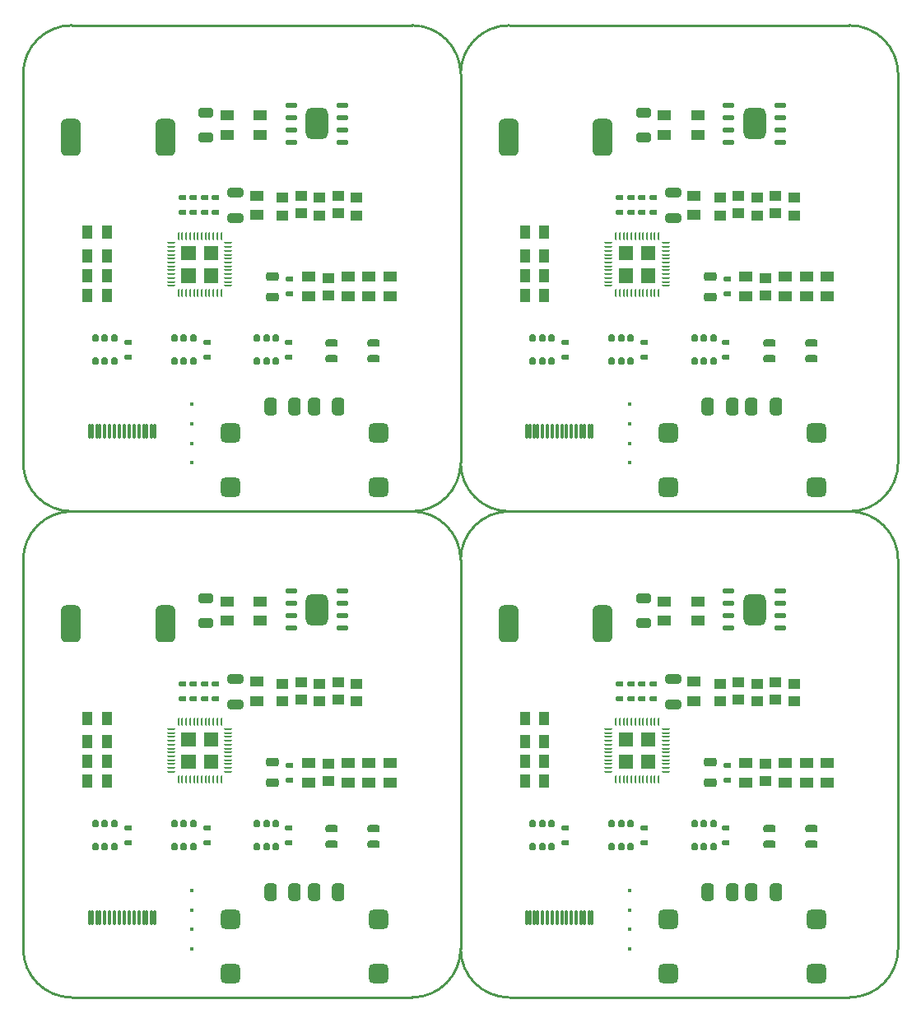
<source format=gtp>
G04*
G04 #@! TF.GenerationSoftware,Altium Limited,Altium Designer,20.2.3 (150)*
G04*
G04 Layer_Color=8421504*
%FSLAX44Y44*%
%MOMM*%
G71*
G04*
G04 #@! TF.SameCoordinates,C1CC25AD-0FF3-43E4-BDA3-AC1D03E08D52*
G04*
G04*
G04 #@! TF.FilePolarity,Positive*
G04*
G01*
G75*
G04:AMPARAMS|DCode=10|XSize=0.4064mm|YSize=0.4064mm|CornerRadius=0.2032mm|HoleSize=0mm|Usage=FLASHONLY|Rotation=90.000|XOffset=0mm|YOffset=0mm|HoleType=Round|Shape=RoundedRectangle|*
%AMROUNDEDRECTD10*
21,1,0.4064,0.0000,0,0,90.0*
21,1,0.0000,0.4064,0,0,90.0*
1,1,0.4064,0.0000,0.0000*
1,1,0.4064,0.0000,0.0000*
1,1,0.4064,0.0000,0.0000*
1,1,0.4064,0.0000,0.0000*
%
%ADD10ROUNDEDRECTD10*%
G04:AMPARAMS|DCode=11|XSize=0.762mm|YSize=0.5588mm|CornerRadius=0.1397mm|HoleSize=0mm|Usage=FLASHONLY|Rotation=0.000|XOffset=0mm|YOffset=0mm|HoleType=Round|Shape=RoundedRectangle|*
%AMROUNDEDRECTD11*
21,1,0.7620,0.2794,0,0,0.0*
21,1,0.4826,0.5588,0,0,0.0*
1,1,0.2794,0.2413,-0.1397*
1,1,0.2794,-0.2413,-0.1397*
1,1,0.2794,-0.2413,0.1397*
1,1,0.2794,0.2413,0.1397*
%
%ADD11ROUNDEDRECTD11*%
%ADD12R,1.4000X1.1000*%
%ADD13R,1.3000X1.0000*%
G04:AMPARAMS|DCode=14|XSize=1.27mm|YSize=0.762mm|CornerRadius=0.1905mm|HoleSize=0mm|Usage=FLASHONLY|Rotation=0.000|XOffset=0mm|YOffset=0mm|HoleType=Round|Shape=RoundedRectangle|*
%AMROUNDEDRECTD14*
21,1,1.2700,0.3810,0,0,0.0*
21,1,0.8890,0.7620,0,0,0.0*
1,1,0.3810,0.4445,-0.1905*
1,1,0.3810,-0.4445,-0.1905*
1,1,0.3810,-0.4445,0.1905*
1,1,0.3810,0.4445,0.1905*
%
%ADD14ROUNDEDRECTD14*%
G04:AMPARAMS|DCode=15|XSize=2.032mm|YSize=2.032mm|CornerRadius=0.508mm|HoleSize=0mm|Usage=FLASHONLY|Rotation=0.000|XOffset=0mm|YOffset=0mm|HoleType=Round|Shape=RoundedRectangle|*
%AMROUNDEDRECTD15*
21,1,2.0320,1.0160,0,0,0.0*
21,1,1.0160,2.0320,0,0,0.0*
1,1,1.0160,0.5080,-0.5080*
1,1,1.0160,-0.5080,-0.5080*
1,1,1.0160,-0.5080,0.5080*
1,1,1.0160,0.5080,0.5080*
%
%ADD15ROUNDEDRECTD15*%
G04:AMPARAMS|DCode=16|XSize=1.27mm|YSize=1.8mm|CornerRadius=0.3175mm|HoleSize=0mm|Usage=FLASHONLY|Rotation=0.000|XOffset=0mm|YOffset=0mm|HoleType=Round|Shape=RoundedRectangle|*
%AMROUNDEDRECTD16*
21,1,1.2700,1.1650,0,0,0.0*
21,1,0.6350,1.8000,0,0,0.0*
1,1,0.6350,0.3175,-0.5825*
1,1,0.6350,-0.3175,-0.5825*
1,1,0.6350,-0.3175,0.5825*
1,1,0.6350,0.3175,0.5825*
%
%ADD16ROUNDEDRECTD16*%
G04:AMPARAMS|DCode=17|XSize=0.6096mm|YSize=0.762mm|CornerRadius=0.1524mm|HoleSize=0mm|Usage=FLASHONLY|Rotation=0.000|XOffset=0mm|YOffset=0mm|HoleType=Round|Shape=RoundedRectangle|*
%AMROUNDEDRECTD17*
21,1,0.6096,0.4572,0,0,0.0*
21,1,0.3048,0.7620,0,0,0.0*
1,1,0.3048,0.1524,-0.2286*
1,1,0.3048,-0.1524,-0.2286*
1,1,0.3048,-0.1524,0.2286*
1,1,0.3048,0.1524,0.2286*
%
%ADD17ROUNDEDRECTD17*%
%ADD18R,1.1000X1.4000*%
%ADD19O,1.3000X0.5000*%
G04:AMPARAMS|DCode=20|XSize=3.2mm|YSize=2.3mm|CornerRadius=0.575mm|HoleSize=0mm|Usage=FLASHONLY|Rotation=270.000|XOffset=0mm|YOffset=0mm|HoleType=Round|Shape=RoundedRectangle|*
%AMROUNDEDRECTD20*
21,1,3.2000,1.1500,0,0,270.0*
21,1,2.0500,2.3000,0,0,270.0*
1,1,1.1500,-0.5750,-1.0250*
1,1,1.1500,-0.5750,1.0250*
1,1,1.1500,0.5750,1.0250*
1,1,1.1500,0.5750,-1.0250*
%
%ADD20ROUNDEDRECTD20*%
G04:AMPARAMS|DCode=21|XSize=3.81mm|YSize=2.032mm|CornerRadius=0.508mm|HoleSize=0mm|Usage=FLASHONLY|Rotation=270.000|XOffset=0mm|YOffset=0mm|HoleType=Round|Shape=RoundedRectangle|*
%AMROUNDEDRECTD21*
21,1,3.8100,1.0160,0,0,270.0*
21,1,2.7940,2.0320,0,0,270.0*
1,1,1.0160,-0.5080,-1.3970*
1,1,1.0160,-0.5080,1.3970*
1,1,1.0160,0.5080,1.3970*
1,1,1.0160,0.5080,-1.3970*
%
%ADD21ROUNDEDRECTD21*%
G04:AMPARAMS|DCode=22|XSize=1.5mm|YSize=1mm|CornerRadius=0.25mm|HoleSize=0mm|Usage=FLASHONLY|Rotation=180.000|XOffset=0mm|YOffset=0mm|HoleType=Round|Shape=RoundedRectangle|*
%AMROUNDEDRECTD22*
21,1,1.5000,0.5000,0,0,180.0*
21,1,1.0000,1.0000,0,0,180.0*
1,1,0.5000,-0.5000,0.2500*
1,1,0.5000,0.5000,0.2500*
1,1,0.5000,0.5000,-0.2500*
1,1,0.5000,-0.5000,-0.2500*
%
%ADD22ROUNDEDRECTD22*%
G04:AMPARAMS|DCode=23|XSize=0.84mm|YSize=0.22mm|CornerRadius=0.055mm|HoleSize=0mm|Usage=FLASHONLY|Rotation=180.000|XOffset=0mm|YOffset=0mm|HoleType=Round|Shape=RoundedRectangle|*
%AMROUNDEDRECTD23*
21,1,0.8400,0.1100,0,0,180.0*
21,1,0.7300,0.2200,0,0,180.0*
1,1,0.1100,-0.3650,0.0550*
1,1,0.1100,0.3650,0.0550*
1,1,0.1100,0.3650,-0.0550*
1,1,0.1100,-0.3650,-0.0550*
%
%ADD23ROUNDEDRECTD23*%
G04:AMPARAMS|DCode=24|XSize=0.84mm|YSize=0.22mm|CornerRadius=0.055mm|HoleSize=0mm|Usage=FLASHONLY|Rotation=90.000|XOffset=0mm|YOffset=0mm|HoleType=Round|Shape=RoundedRectangle|*
%AMROUNDEDRECTD24*
21,1,0.8400,0.1100,0,0,90.0*
21,1,0.7300,0.2200,0,0,90.0*
1,1,0.1100,0.0550,0.3650*
1,1,0.1100,0.0550,-0.3650*
1,1,0.1100,-0.0550,-0.3650*
1,1,0.1100,-0.0550,0.3650*
%
%ADD24ROUNDEDRECTD24*%
G04:AMPARAMS|DCode=26|XSize=1.3mm|YSize=0.9mm|CornerRadius=0.225mm|HoleSize=0mm|Usage=FLASHONLY|Rotation=180.000|XOffset=0mm|YOffset=0mm|HoleType=Round|Shape=RoundedRectangle|*
%AMROUNDEDRECTD26*
21,1,1.3000,0.4500,0,0,180.0*
21,1,0.8500,0.9000,0,0,180.0*
1,1,0.4500,-0.4250,0.2250*
1,1,0.4500,0.4250,0.2250*
1,1,0.4500,0.4250,-0.2250*
1,1,0.4500,-0.4250,-0.2250*
%
%ADD26ROUNDEDRECTD26*%
G04:AMPARAMS|DCode=27|XSize=0.9561mm|YSize=1.6098mm|CornerRadius=0.239mm|HoleSize=0mm|Usage=FLASHONLY|Rotation=90.000|XOffset=0mm|YOffset=0mm|HoleType=Round|Shape=RoundedRectangle|*
%AMROUNDEDRECTD27*
21,1,0.9561,1.1318,0,0,90.0*
21,1,0.4780,1.6098,0,0,90.0*
1,1,0.4780,0.5659,0.2390*
1,1,0.4780,0.5659,-0.2390*
1,1,0.4780,-0.5659,-0.2390*
1,1,0.4780,-0.5659,0.2390*
%
%ADD27ROUNDEDRECTD27*%
G04:AMPARAMS|DCode=28|XSize=1.5mm|YSize=0.3mm|CornerRadius=0.075mm|HoleSize=0mm|Usage=FLASHONLY|Rotation=90.000|XOffset=0mm|YOffset=0mm|HoleType=Round|Shape=RoundedRectangle|*
%AMROUNDEDRECTD28*
21,1,1.5000,0.1500,0,0,90.0*
21,1,1.3500,0.3000,0,0,90.0*
1,1,0.1500,0.0750,0.6750*
1,1,0.1500,0.0750,-0.6750*
1,1,0.1500,-0.0750,-0.6750*
1,1,0.1500,-0.0750,0.6750*
%
%ADD28ROUNDEDRECTD28*%
%ADD31C,0.2540*%
%ADD39C,0.2540*%
G36*
X650410Y758200D02*
X635810D01*
Y772800D01*
X650410D01*
Y758200D01*
D02*
G37*
G36*
X627410D02*
X612810D01*
Y772800D01*
X627410D01*
Y758200D01*
D02*
G37*
G36*
X200410D02*
X185810D01*
Y772800D01*
X200410D01*
Y758200D01*
D02*
G37*
G36*
X177410D02*
X162810D01*
Y772800D01*
X177410D01*
Y758200D01*
D02*
G37*
G36*
X650410Y735200D02*
X635810D01*
Y749800D01*
X650410D01*
Y735200D01*
D02*
G37*
G36*
X627410D02*
X612810D01*
Y749800D01*
X627410D01*
Y735200D01*
D02*
G37*
G36*
X200410D02*
X185810D01*
Y749800D01*
X200410D01*
Y735200D01*
D02*
G37*
G36*
X177410D02*
X162810D01*
Y749800D01*
X177410D01*
Y735200D01*
D02*
G37*
G36*
X650410Y258200D02*
X635810D01*
Y272800D01*
X650410D01*
Y258200D01*
D02*
G37*
G36*
X627410D02*
X612810D01*
Y272800D01*
X627410D01*
Y258200D01*
D02*
G37*
G36*
X200410D02*
X185810D01*
Y272800D01*
X200410D01*
Y258200D01*
D02*
G37*
G36*
X177410D02*
X162810D01*
Y272800D01*
X177410D01*
Y258200D01*
D02*
G37*
G36*
X650410Y235200D02*
X635810D01*
Y249800D01*
X650410D01*
Y235200D01*
D02*
G37*
G36*
X627410D02*
X612810D01*
Y249800D01*
X627410D01*
Y235200D01*
D02*
G37*
G36*
X200410D02*
X185810D01*
Y249800D01*
X200410D01*
Y235200D01*
D02*
G37*
G36*
X177410D02*
X162810D01*
Y249800D01*
X177410D01*
Y235200D01*
D02*
G37*
D10*
X173736Y90000D02*
D03*
Y70000D02*
D03*
Y50000D02*
D03*
Y110000D02*
D03*
X623736Y90000D02*
D03*
Y70000D02*
D03*
Y50000D02*
D03*
Y110000D02*
D03*
X173736Y590000D02*
D03*
Y570000D02*
D03*
Y550000D02*
D03*
Y610000D02*
D03*
X623736Y590000D02*
D03*
Y570000D02*
D03*
Y550000D02*
D03*
Y610000D02*
D03*
D11*
X189230Y158750D02*
D03*
Y173990D02*
D03*
X273050Y158750D02*
D03*
Y173990D02*
D03*
X107950Y158750D02*
D03*
Y173990D02*
D03*
X198120Y322580D02*
D03*
Y307340D02*
D03*
X186690Y322580D02*
D03*
Y307340D02*
D03*
X175260Y322580D02*
D03*
Y307340D02*
D03*
X163830Y322580D02*
D03*
Y307340D02*
D03*
X274320Y223520D02*
D03*
Y238760D02*
D03*
X639230Y158750D02*
D03*
Y173990D02*
D03*
X723050Y158750D02*
D03*
Y173990D02*
D03*
X557950Y158750D02*
D03*
Y173990D02*
D03*
X648120Y322580D02*
D03*
Y307340D02*
D03*
X636690Y322580D02*
D03*
Y307340D02*
D03*
X625260Y322580D02*
D03*
Y307340D02*
D03*
X613830Y322580D02*
D03*
Y307340D02*
D03*
X724320Y223520D02*
D03*
Y238760D02*
D03*
X189230Y658750D02*
D03*
Y673990D02*
D03*
X273050Y658750D02*
D03*
Y673990D02*
D03*
X107950Y658750D02*
D03*
Y673990D02*
D03*
X198120Y822580D02*
D03*
Y807340D02*
D03*
X186690Y822580D02*
D03*
Y807340D02*
D03*
X175260Y822580D02*
D03*
Y807340D02*
D03*
X163830Y822580D02*
D03*
Y807340D02*
D03*
X274320Y723520D02*
D03*
Y738760D02*
D03*
X639230Y658750D02*
D03*
Y673990D02*
D03*
X723050Y658750D02*
D03*
Y673990D02*
D03*
X557950Y658750D02*
D03*
Y673990D02*
D03*
X648120Y822580D02*
D03*
Y807340D02*
D03*
X636690Y822580D02*
D03*
Y807340D02*
D03*
X625260Y822580D02*
D03*
Y807340D02*
D03*
X613830Y822580D02*
D03*
Y807340D02*
D03*
X724320Y723520D02*
D03*
Y738760D02*
D03*
D12*
X355600Y221186D02*
D03*
Y241186D02*
D03*
X334010Y221186D02*
D03*
Y241186D02*
D03*
X240030Y324960D02*
D03*
Y304960D02*
D03*
X209550Y407510D02*
D03*
Y387510D02*
D03*
X293370Y241186D02*
D03*
Y221186D02*
D03*
X377190Y241186D02*
D03*
Y221186D02*
D03*
X243840Y387510D02*
D03*
Y407510D02*
D03*
X805600Y221186D02*
D03*
Y241186D02*
D03*
X784010Y221186D02*
D03*
Y241186D02*
D03*
X690030Y324960D02*
D03*
Y304960D02*
D03*
X659550Y407510D02*
D03*
Y387510D02*
D03*
X743370Y241186D02*
D03*
Y221186D02*
D03*
X827190Y241186D02*
D03*
Y221186D02*
D03*
X693840Y387510D02*
D03*
Y407510D02*
D03*
X355600Y721186D02*
D03*
Y741186D02*
D03*
X334010Y721186D02*
D03*
Y741186D02*
D03*
X240030Y824960D02*
D03*
Y804960D02*
D03*
X209550Y907510D02*
D03*
Y887510D02*
D03*
X293370Y741186D02*
D03*
Y721186D02*
D03*
X377190Y741186D02*
D03*
Y721186D02*
D03*
X243840Y887510D02*
D03*
Y907510D02*
D03*
X805600Y721186D02*
D03*
Y741186D02*
D03*
X784010Y721186D02*
D03*
Y741186D02*
D03*
X690030Y824960D02*
D03*
Y804960D02*
D03*
X659550Y907510D02*
D03*
Y887510D02*
D03*
X743370Y741186D02*
D03*
Y721186D02*
D03*
X827190Y741186D02*
D03*
Y721186D02*
D03*
X693840Y887510D02*
D03*
Y907510D02*
D03*
D13*
X313690Y240186D02*
D03*
Y222186D02*
D03*
X266700Y322580D02*
D03*
Y304580D02*
D03*
X285750Y306580D02*
D03*
Y324580D02*
D03*
X304800Y322580D02*
D03*
Y304580D02*
D03*
X323850Y306580D02*
D03*
Y324580D02*
D03*
X342900Y322580D02*
D03*
Y304580D02*
D03*
X763690Y240186D02*
D03*
Y222186D02*
D03*
X716700Y322580D02*
D03*
Y304580D02*
D03*
X735750Y306580D02*
D03*
Y324580D02*
D03*
X754800Y322580D02*
D03*
Y304580D02*
D03*
X773850Y306580D02*
D03*
Y324580D02*
D03*
X792900Y322580D02*
D03*
Y304580D02*
D03*
X313690Y740186D02*
D03*
Y722186D02*
D03*
X266700Y822580D02*
D03*
Y804580D02*
D03*
X285750Y806580D02*
D03*
Y824580D02*
D03*
X304800Y822580D02*
D03*
Y804580D02*
D03*
X323850Y806580D02*
D03*
Y824580D02*
D03*
X342900Y822580D02*
D03*
Y804580D02*
D03*
X763690Y740186D02*
D03*
Y722186D02*
D03*
X716700Y822580D02*
D03*
Y804580D02*
D03*
X735750Y806580D02*
D03*
Y824580D02*
D03*
X754800Y822580D02*
D03*
Y804580D02*
D03*
X773850Y806580D02*
D03*
Y824580D02*
D03*
X792900Y822580D02*
D03*
Y804580D02*
D03*
D14*
X360680Y173228D02*
D03*
X317500D02*
D03*
X360680Y156972D02*
D03*
X317500D02*
D03*
X810680Y173228D02*
D03*
X767500D02*
D03*
X810680Y156972D02*
D03*
X767500D02*
D03*
X360680Y673228D02*
D03*
X317500D02*
D03*
X360680Y656972D02*
D03*
X317500D02*
D03*
X810680Y673228D02*
D03*
X767500D02*
D03*
X810680Y656972D02*
D03*
X767500D02*
D03*
D15*
X213310Y80560D02*
D03*
X365810D02*
D03*
Y24560D02*
D03*
X213310D02*
D03*
X663310Y80560D02*
D03*
X815810D02*
D03*
Y24560D02*
D03*
X663310D02*
D03*
X213310Y580560D02*
D03*
X365810D02*
D03*
Y524560D02*
D03*
X213310D02*
D03*
X663310Y580560D02*
D03*
X815810D02*
D03*
Y524560D02*
D03*
X663310D02*
D03*
D16*
X254560Y107940D02*
D03*
X279560D02*
D03*
X299560D02*
D03*
X324560D02*
D03*
X704560D02*
D03*
X729560D02*
D03*
X749560D02*
D03*
X774560D02*
D03*
X254560Y607940D02*
D03*
X279560D02*
D03*
X299560D02*
D03*
X324560D02*
D03*
X704560D02*
D03*
X729560D02*
D03*
X749560D02*
D03*
X774560D02*
D03*
D17*
X240538Y154432D02*
D03*
X259842D02*
D03*
Y178308D02*
D03*
X250190Y154432D02*
D03*
X240538Y178308D02*
D03*
X250190D02*
D03*
X155448Y154432D02*
D03*
X174752D02*
D03*
Y178308D02*
D03*
X165100Y154432D02*
D03*
X155448Y178308D02*
D03*
X165100D02*
D03*
X74168Y154432D02*
D03*
X93472D02*
D03*
Y178308D02*
D03*
X83820Y154432D02*
D03*
X74168Y178308D02*
D03*
X83820D02*
D03*
X690538Y154432D02*
D03*
X709842D02*
D03*
Y178308D02*
D03*
X700190Y154432D02*
D03*
X690538Y178308D02*
D03*
X700190D02*
D03*
X605448Y154432D02*
D03*
X624752D02*
D03*
Y178308D02*
D03*
X615100Y154432D02*
D03*
X605448Y178308D02*
D03*
X615100D02*
D03*
X524168Y154432D02*
D03*
X543472D02*
D03*
Y178308D02*
D03*
X533820Y154432D02*
D03*
X524168Y178308D02*
D03*
X533820D02*
D03*
X240538Y654432D02*
D03*
X259842D02*
D03*
Y678308D02*
D03*
X250190Y654432D02*
D03*
X240538Y678308D02*
D03*
X250190D02*
D03*
X155448Y654432D02*
D03*
X174752D02*
D03*
Y678308D02*
D03*
X165100Y654432D02*
D03*
X155448Y678308D02*
D03*
X165100D02*
D03*
X74168Y654432D02*
D03*
X93472D02*
D03*
Y678308D02*
D03*
X83820Y654432D02*
D03*
X74168Y678308D02*
D03*
X83820D02*
D03*
X690538Y654432D02*
D03*
X709842D02*
D03*
Y678308D02*
D03*
X700190Y654432D02*
D03*
X690538Y678308D02*
D03*
X700190D02*
D03*
X605448Y654432D02*
D03*
X624752D02*
D03*
Y678308D02*
D03*
X615100Y654432D02*
D03*
X605448Y678308D02*
D03*
X615100D02*
D03*
X524168Y654432D02*
D03*
X543472D02*
D03*
Y678308D02*
D03*
X533820Y654432D02*
D03*
X524168Y678308D02*
D03*
X533820D02*
D03*
D18*
X86200Y287020D02*
D03*
X66200D02*
D03*
X66040Y222250D02*
D03*
X86040D02*
D03*
X66040Y242570D02*
D03*
X86040D02*
D03*
X66040Y262890D02*
D03*
X86040D02*
D03*
X536200Y287020D02*
D03*
X516200D02*
D03*
X516040Y222250D02*
D03*
X536040D02*
D03*
X516040Y242570D02*
D03*
X536040D02*
D03*
X516040Y262890D02*
D03*
X536040D02*
D03*
X86200Y787020D02*
D03*
X66200D02*
D03*
X66040Y722250D02*
D03*
X86040D02*
D03*
X66040Y742570D02*
D03*
X86040D02*
D03*
X66040Y762890D02*
D03*
X86040D02*
D03*
X536200Y787020D02*
D03*
X516200D02*
D03*
X516040Y722250D02*
D03*
X536040D02*
D03*
X516040Y742570D02*
D03*
X536040D02*
D03*
X516040Y762890D02*
D03*
X536040D02*
D03*
D19*
X275760Y417830D02*
D03*
Y405130D02*
D03*
Y392430D02*
D03*
Y379730D02*
D03*
X328760Y417830D02*
D03*
Y405130D02*
D03*
Y392430D02*
D03*
Y379730D02*
D03*
X725760Y417830D02*
D03*
Y405130D02*
D03*
Y392430D02*
D03*
Y379730D02*
D03*
X778760Y417830D02*
D03*
Y405130D02*
D03*
Y392430D02*
D03*
Y379730D02*
D03*
X275760Y917830D02*
D03*
Y905130D02*
D03*
Y892430D02*
D03*
Y879730D02*
D03*
X328760Y917830D02*
D03*
Y905130D02*
D03*
Y892430D02*
D03*
Y879730D02*
D03*
X725760Y917830D02*
D03*
Y905130D02*
D03*
Y892430D02*
D03*
Y879730D02*
D03*
X778760Y917830D02*
D03*
Y905130D02*
D03*
Y892430D02*
D03*
Y879730D02*
D03*
D20*
X302260Y398780D02*
D03*
X752260D02*
D03*
X302260Y898780D02*
D03*
X752260D02*
D03*
D21*
X146290Y384683D02*
D03*
X49290D02*
D03*
X596290D02*
D03*
X499290D02*
D03*
X146290Y884683D02*
D03*
X49290D02*
D03*
X596290D02*
D03*
X499290D02*
D03*
D22*
X187960Y384843D02*
D03*
X187961Y410244D02*
D03*
X637960Y384843D02*
D03*
X637961Y410244D02*
D03*
X187960Y884843D02*
D03*
X187961Y910244D02*
D03*
X637960Y884843D02*
D03*
X637961Y910244D02*
D03*
D23*
X210960Y232000D02*
D03*
Y236000D02*
D03*
Y240000D02*
D03*
Y244000D02*
D03*
Y248000D02*
D03*
Y252000D02*
D03*
Y256000D02*
D03*
Y260000D02*
D03*
Y264000D02*
D03*
Y268000D02*
D03*
Y272000D02*
D03*
Y276000D02*
D03*
X152260D02*
D03*
Y272000D02*
D03*
Y268000D02*
D03*
Y264000D02*
D03*
Y260000D02*
D03*
Y256000D02*
D03*
Y252000D02*
D03*
Y248000D02*
D03*
Y244000D02*
D03*
Y240000D02*
D03*
Y236000D02*
D03*
Y232000D02*
D03*
X660960D02*
D03*
Y236000D02*
D03*
Y240000D02*
D03*
Y244000D02*
D03*
Y248000D02*
D03*
Y252000D02*
D03*
Y256000D02*
D03*
Y260000D02*
D03*
Y264000D02*
D03*
Y268000D02*
D03*
Y272000D02*
D03*
Y276000D02*
D03*
X602260D02*
D03*
Y272000D02*
D03*
Y268000D02*
D03*
Y264000D02*
D03*
Y260000D02*
D03*
Y256000D02*
D03*
Y252000D02*
D03*
Y248000D02*
D03*
Y244000D02*
D03*
Y240000D02*
D03*
Y236000D02*
D03*
Y232000D02*
D03*
X210960Y732000D02*
D03*
Y736000D02*
D03*
Y740000D02*
D03*
Y744000D02*
D03*
Y748000D02*
D03*
Y752000D02*
D03*
Y756000D02*
D03*
Y760000D02*
D03*
Y764000D02*
D03*
Y768000D02*
D03*
Y772000D02*
D03*
Y776000D02*
D03*
X152260D02*
D03*
Y772000D02*
D03*
Y768000D02*
D03*
Y764000D02*
D03*
Y760000D02*
D03*
Y756000D02*
D03*
Y752000D02*
D03*
Y748000D02*
D03*
Y744000D02*
D03*
Y740000D02*
D03*
Y736000D02*
D03*
Y732000D02*
D03*
X660960D02*
D03*
Y736000D02*
D03*
Y740000D02*
D03*
Y744000D02*
D03*
Y748000D02*
D03*
Y752000D02*
D03*
Y756000D02*
D03*
Y760000D02*
D03*
Y764000D02*
D03*
Y768000D02*
D03*
Y772000D02*
D03*
Y776000D02*
D03*
X602260D02*
D03*
Y772000D02*
D03*
Y768000D02*
D03*
Y764000D02*
D03*
Y760000D02*
D03*
Y756000D02*
D03*
Y752000D02*
D03*
Y748000D02*
D03*
Y744000D02*
D03*
Y740000D02*
D03*
Y736000D02*
D03*
Y732000D02*
D03*
D24*
X159610Y224650D02*
D03*
X163610D02*
D03*
X167610D02*
D03*
X171610D02*
D03*
X175610D02*
D03*
X179610D02*
D03*
X183610D02*
D03*
X187610D02*
D03*
X191610D02*
D03*
X195610D02*
D03*
X199610D02*
D03*
X203610D02*
D03*
Y283350D02*
D03*
X199610D02*
D03*
X195610D02*
D03*
X191610D02*
D03*
X187610D02*
D03*
X183610D02*
D03*
X179610D02*
D03*
X175610D02*
D03*
X171610D02*
D03*
X167610D02*
D03*
X163610D02*
D03*
X159610D02*
D03*
X609610Y224650D02*
D03*
X613610D02*
D03*
X617610D02*
D03*
X621610D02*
D03*
X625610D02*
D03*
X629610D02*
D03*
X633610D02*
D03*
X637610D02*
D03*
X641610D02*
D03*
X645610D02*
D03*
X649610D02*
D03*
X653610D02*
D03*
Y283350D02*
D03*
X649610D02*
D03*
X645610D02*
D03*
X641610D02*
D03*
X637610D02*
D03*
X633610D02*
D03*
X629610D02*
D03*
X625610D02*
D03*
X621610D02*
D03*
X617610D02*
D03*
X613610D02*
D03*
X609610D02*
D03*
X159610Y724650D02*
D03*
X163610D02*
D03*
X167610D02*
D03*
X171610D02*
D03*
X175610D02*
D03*
X179610D02*
D03*
X183610D02*
D03*
X187610D02*
D03*
X191610D02*
D03*
X195610D02*
D03*
X199610D02*
D03*
X203610D02*
D03*
Y783350D02*
D03*
X199610D02*
D03*
X195610D02*
D03*
X191610D02*
D03*
X187610D02*
D03*
X183610D02*
D03*
X179610D02*
D03*
X175610D02*
D03*
X171610D02*
D03*
X167610D02*
D03*
X163610D02*
D03*
X159610D02*
D03*
X609610Y724650D02*
D03*
X613610D02*
D03*
X617610D02*
D03*
X621610D02*
D03*
X625610D02*
D03*
X629610D02*
D03*
X633610D02*
D03*
X637610D02*
D03*
X641610D02*
D03*
X645610D02*
D03*
X649610D02*
D03*
X653610D02*
D03*
Y783350D02*
D03*
X649610D02*
D03*
X645610D02*
D03*
X641610D02*
D03*
X637610D02*
D03*
X633610D02*
D03*
X629610D02*
D03*
X625610D02*
D03*
X621610D02*
D03*
X617610D02*
D03*
X613610D02*
D03*
X609610D02*
D03*
D26*
X256540Y220640D02*
D03*
Y241640D02*
D03*
X706540Y220640D02*
D03*
Y241640D02*
D03*
X256540Y720640D02*
D03*
Y741640D02*
D03*
X706540Y720640D02*
D03*
Y741640D02*
D03*
D27*
X218440Y327660D02*
D03*
Y301638D02*
D03*
X668440Y327660D02*
D03*
Y301638D02*
D03*
X218440Y827660D02*
D03*
Y801638D02*
D03*
X668440Y827660D02*
D03*
Y801638D02*
D03*
D28*
X135030Y82150D02*
D03*
X132030D02*
D03*
X127030D02*
D03*
X124030D02*
D03*
X119030D02*
D03*
X114030D02*
D03*
X109030D02*
D03*
X104030D02*
D03*
X99030D02*
D03*
X94030D02*
D03*
X89030D02*
D03*
X84030D02*
D03*
X79030D02*
D03*
X76030D02*
D03*
X71030D02*
D03*
X68030D02*
D03*
X585030D02*
D03*
X582030D02*
D03*
X577030D02*
D03*
X574030D02*
D03*
X569030D02*
D03*
X564030D02*
D03*
X559030D02*
D03*
X554030D02*
D03*
X549030D02*
D03*
X544030D02*
D03*
X539030D02*
D03*
X534030D02*
D03*
X529030D02*
D03*
X526030D02*
D03*
X521030D02*
D03*
X518030D02*
D03*
X135030Y582150D02*
D03*
X132030D02*
D03*
X127030D02*
D03*
X124030D02*
D03*
X119030D02*
D03*
X114030D02*
D03*
X109030D02*
D03*
X104030D02*
D03*
X99030D02*
D03*
X94030D02*
D03*
X89030D02*
D03*
X84030D02*
D03*
X79030D02*
D03*
X76030D02*
D03*
X71030D02*
D03*
X68030D02*
D03*
X585030D02*
D03*
X582030D02*
D03*
X577030D02*
D03*
X574030D02*
D03*
X569030D02*
D03*
X564030D02*
D03*
X559030D02*
D03*
X554030D02*
D03*
X549030D02*
D03*
X544030D02*
D03*
X539030D02*
D03*
X534030D02*
D03*
X529030D02*
D03*
X526030D02*
D03*
X521030D02*
D03*
X518030D02*
D03*
D31*
X50000Y1000000D02*
G03*
X0Y950000I0J-50000D01*
G01*
X450000D02*
G03*
X400000Y1000000I-50000J0D01*
G01*
X0Y550000D02*
G03*
X50000Y500000I50000J0D01*
G01*
X500000Y1000000D02*
G03*
X450000Y950000I0J-50000D01*
G01*
X900000D02*
G03*
X850000Y1000000I-50000J0D01*
G01*
Y500000D02*
G03*
X900000Y550000I0J50000D01*
G01*
Y450000D02*
G03*
X850000Y500000I-50000J0D01*
G01*
Y0D02*
G03*
X900000Y50000I0J50000D01*
G01*
X450000D02*
G03*
X500000Y0I50000J0D01*
G01*
X50000Y500000D02*
G03*
X0Y450000I0J-50000D01*
G01*
X400000Y0D02*
G03*
X450000Y50000I0J50000D01*
G01*
X0D02*
G03*
X50000Y0I50000J0D01*
G01*
X900000Y50000D02*
Y450000D01*
X0Y550000D02*
Y950000D01*
X50000Y1000000D02*
X400000D01*
X900000Y550000D02*
Y950000D01*
X500000Y1000000D02*
X850000D01*
X500000Y0D02*
X850000D01*
X0Y50000D02*
Y450000D01*
X50000Y500000D02*
X400000D01*
X50000Y0D02*
X400000D01*
X0Y50000D02*
G03*
X50000Y0I50000J0D01*
G01*
X400000D02*
G03*
X450000Y50000I0J50000D01*
G01*
Y450000D02*
G03*
X400000Y500000I-50000J0D01*
G01*
X50000D02*
G03*
X0Y450000I0J-50000D01*
G01*
X50000Y0D02*
X400000D01*
X50000Y500000D02*
X400000D01*
X450000Y50000D02*
Y450000D01*
X0Y50000D02*
Y450000D01*
X450000Y50000D02*
G03*
X500000Y0I50000J0D01*
G01*
X850000D02*
G03*
X900000Y50000I0J50000D01*
G01*
Y450000D02*
G03*
X850000Y500000I-50000J0D01*
G01*
X500000D02*
G03*
X450000Y450000I0J-50000D01*
G01*
X500000Y0D02*
X850000D01*
X500000Y500000D02*
X850000D01*
X900000Y50000D02*
Y450000D01*
X450000Y50000D02*
Y450000D01*
X0Y550000D02*
G03*
X50000Y500000I50000J0D01*
G01*
X400000D02*
G03*
X450000Y550000I0J50000D01*
G01*
Y950000D02*
G03*
X400000Y1000000I-50000J0D01*
G01*
X50000D02*
G03*
X0Y950000I0J-50000D01*
G01*
X50000Y500000D02*
X400000D01*
X50000Y1000000D02*
X400000D01*
X450000Y550000D02*
Y950000D01*
X0Y550000D02*
Y950000D01*
X450000Y550000D02*
G03*
X500000Y500000I50000J0D01*
G01*
X850000D02*
G03*
X900000Y550000I0J50000D01*
G01*
Y950000D02*
G03*
X850000Y1000000I-50000J0D01*
G01*
X500000D02*
G03*
X450000Y950000I0J-50000D01*
G01*
X500000Y500000D02*
X850000D01*
X500000Y1000000D02*
X850000D01*
X900000Y550000D02*
Y950000D01*
X450000Y550000D02*
Y950000D01*
D39*
X900000Y50000D02*
D03*
M02*

</source>
